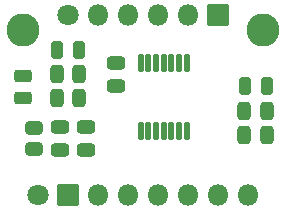
<source format=gts>
G04 #@! TF.GenerationSoftware,KiCad,Pcbnew,(6.0.0-0)*
G04 #@! TF.CreationDate,2023-02-08T10:49:33-08:00*
G04 #@! TF.ProjectId,breakout,62726561-6b6f-4757-942e-6b696361645f,1.0.1*
G04 #@! TF.SameCoordinates,Original*
G04 #@! TF.FileFunction,Soldermask,Top*
G04 #@! TF.FilePolarity,Negative*
%FSLAX46Y46*%
G04 Gerber Fmt 4.6, Leading zero omitted, Abs format (unit mm)*
G04 Created by KiCad (PCBNEW (6.0.0-0)) date 2023-02-08 10:49:33*
%MOMM*%
%LPD*%
G01*
G04 APERTURE LIST*
G04 Aperture macros list*
%AMRoundRect*
0 Rectangle with rounded corners*
0 $1 Rounding radius*
0 $2 $3 $4 $5 $6 $7 $8 $9 X,Y pos of 4 corners*
0 Add a 4 corners polygon primitive as box body*
4,1,4,$2,$3,$4,$5,$6,$7,$8,$9,$2,$3,0*
0 Add four circle primitives for the rounded corners*
1,1,$1+$1,$2,$3*
1,1,$1+$1,$4,$5*
1,1,$1+$1,$6,$7*
1,1,$1+$1,$8,$9*
0 Add four rect primitives between the rounded corners*
20,1,$1+$1,$2,$3,$4,$5,0*
20,1,$1+$1,$4,$5,$6,$7,0*
20,1,$1+$1,$6,$7,$8,$9,0*
20,1,$1+$1,$8,$9,$2,$3,0*%
G04 Aperture macros list end*
%ADD10C,2.801600*%
%ADD11RoundRect,0.294550X-0.456250X0.243750X-0.456250X-0.243750X0.456250X-0.243750X0.456250X0.243750X0*%
%ADD12C,1.801600*%
%ADD13RoundRect,0.050800X0.850000X-0.850000X0.850000X0.850000X-0.850000X0.850000X-0.850000X-0.850000X0*%
%ADD14O,1.801600X1.801600*%
%ADD15RoundRect,0.300800X-0.250000X-0.475000X0.250000X-0.475000X0.250000X0.475000X-0.250000X0.475000X0*%
%ADD16RoundRect,0.300800X0.250000X0.475000X-0.250000X0.475000X-0.250000X-0.475000X0.250000X-0.475000X0*%
%ADD17RoundRect,0.294550X0.243750X0.456250X-0.243750X0.456250X-0.243750X-0.456250X0.243750X-0.456250X0*%
%ADD18RoundRect,0.300800X-0.475000X0.250000X-0.475000X-0.250000X0.475000X-0.250000X0.475000X0.250000X0*%
%ADD19RoundRect,0.150800X-0.100000X0.637500X-0.100000X-0.637500X0.100000X-0.637500X0.100000X0.637500X0*%
%ADD20RoundRect,0.300800X0.450000X-0.262500X0.450000X0.262500X-0.450000X0.262500X-0.450000X-0.262500X0*%
G04 APERTURE END LIST*
D10*
X158750000Y-100330000D03*
D11*
X138400000Y-104225000D03*
X138400000Y-106100000D03*
D12*
X139669800Y-114325800D03*
D13*
X142209800Y-114325800D03*
D14*
X144749800Y-114325800D03*
X147289800Y-114325800D03*
X149829800Y-114325800D03*
X152369800Y-114325800D03*
X154909800Y-114325800D03*
X157449800Y-114325800D03*
D15*
X157150000Y-107200000D03*
X159050000Y-107200000D03*
D16*
X143179800Y-104063800D03*
X141279800Y-104063800D03*
D10*
X138430000Y-100330000D03*
D17*
X159037500Y-105041000D03*
X157162500Y-105041000D03*
D18*
X141500000Y-108550000D03*
X141500000Y-110450000D03*
D19*
X152250000Y-103137500D03*
X151600000Y-103137500D03*
X150950000Y-103137500D03*
X150300000Y-103137500D03*
X149650000Y-103137500D03*
X149000000Y-103137500D03*
X148350000Y-103137500D03*
X148350000Y-108862500D03*
X149000000Y-108862500D03*
X149650000Y-108862500D03*
X150300000Y-108862500D03*
X150950000Y-108862500D03*
X151600000Y-108862500D03*
X152250000Y-108862500D03*
D17*
X143147300Y-102031800D03*
X141272300Y-102031800D03*
D20*
X139300000Y-110412500D03*
X139300000Y-108587500D03*
D16*
X143179800Y-106095800D03*
X141279800Y-106095800D03*
D13*
X154940000Y-99085800D03*
D14*
X152400000Y-99085800D03*
X149860000Y-99085800D03*
X147320000Y-99085800D03*
X144780000Y-99085800D03*
D12*
X142240000Y-99085800D03*
D18*
X146300000Y-103150000D03*
X146300000Y-105050000D03*
X143700000Y-108550000D03*
X143700000Y-110450000D03*
D15*
X157150000Y-109232000D03*
X159050000Y-109232000D03*
M02*

</source>
